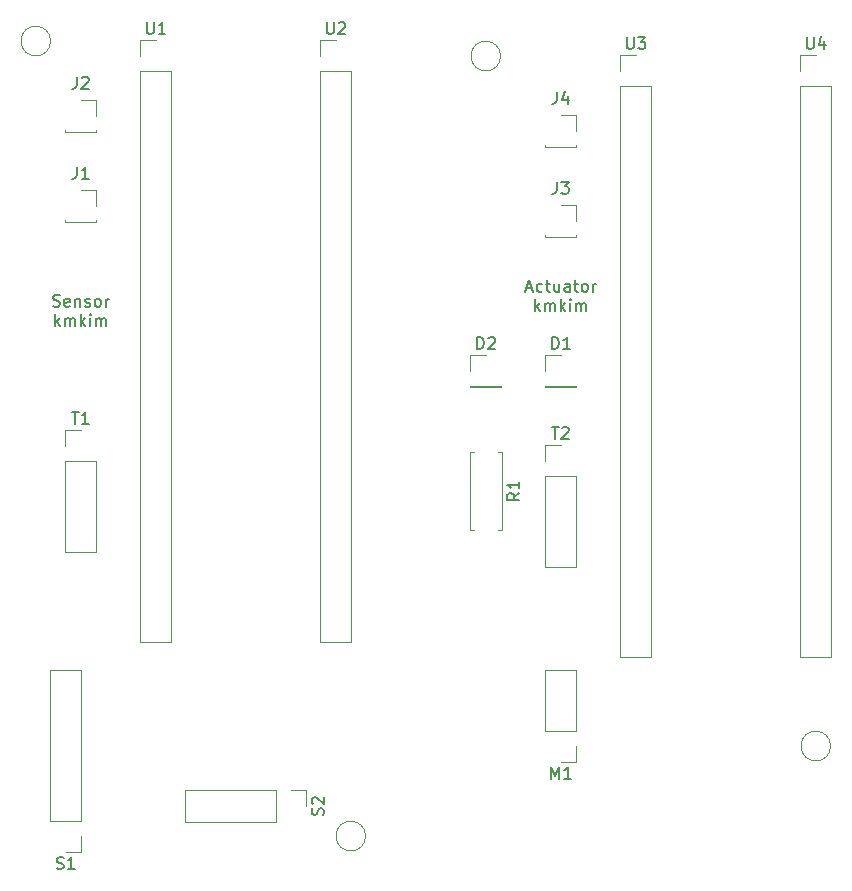
<source format=gbr>
%TF.GenerationSoftware,KiCad,Pcbnew,5.1.10-88a1d61d58~90~ubuntu20.04.1*%
%TF.CreationDate,2021-11-30T21:16:31+09:00*%
%TF.ProjectId,auto-headlight-control-system,6175746f-2d68-4656-9164-6c696768742d,rev?*%
%TF.SameCoordinates,Original*%
%TF.FileFunction,Legend,Top*%
%TF.FilePolarity,Positive*%
%FSLAX46Y46*%
G04 Gerber Fmt 4.6, Leading zero omitted, Abs format (unit mm)*
G04 Created by KiCad (PCBNEW 5.1.10-88a1d61d58~90~ubuntu20.04.1) date 2021-11-30 21:16:31*
%MOMM*%
%LPD*%
G01*
G04 APERTURE LIST*
%ADD10C,0.150000*%
%ADD11C,0.120000*%
G04 APERTURE END LIST*
D10*
X54816666Y-60539761D02*
X54959523Y-60587380D01*
X55197619Y-60587380D01*
X55292857Y-60539761D01*
X55340476Y-60492142D01*
X55388095Y-60396904D01*
X55388095Y-60301666D01*
X55340476Y-60206428D01*
X55292857Y-60158809D01*
X55197619Y-60111190D01*
X55007142Y-60063571D01*
X54911904Y-60015952D01*
X54864285Y-59968333D01*
X54816666Y-59873095D01*
X54816666Y-59777857D01*
X54864285Y-59682619D01*
X54911904Y-59635000D01*
X55007142Y-59587380D01*
X55245238Y-59587380D01*
X55388095Y-59635000D01*
X56197619Y-60539761D02*
X56102380Y-60587380D01*
X55911904Y-60587380D01*
X55816666Y-60539761D01*
X55769047Y-60444523D01*
X55769047Y-60063571D01*
X55816666Y-59968333D01*
X55911904Y-59920714D01*
X56102380Y-59920714D01*
X56197619Y-59968333D01*
X56245238Y-60063571D01*
X56245238Y-60158809D01*
X55769047Y-60254047D01*
X56673809Y-59920714D02*
X56673809Y-60587380D01*
X56673809Y-60015952D02*
X56721428Y-59968333D01*
X56816666Y-59920714D01*
X56959523Y-59920714D01*
X57054761Y-59968333D01*
X57102380Y-60063571D01*
X57102380Y-60587380D01*
X57530952Y-60539761D02*
X57626190Y-60587380D01*
X57816666Y-60587380D01*
X57911904Y-60539761D01*
X57959523Y-60444523D01*
X57959523Y-60396904D01*
X57911904Y-60301666D01*
X57816666Y-60254047D01*
X57673809Y-60254047D01*
X57578571Y-60206428D01*
X57530952Y-60111190D01*
X57530952Y-60063571D01*
X57578571Y-59968333D01*
X57673809Y-59920714D01*
X57816666Y-59920714D01*
X57911904Y-59968333D01*
X58530952Y-60587380D02*
X58435714Y-60539761D01*
X58388095Y-60492142D01*
X58340476Y-60396904D01*
X58340476Y-60111190D01*
X58388095Y-60015952D01*
X58435714Y-59968333D01*
X58530952Y-59920714D01*
X58673809Y-59920714D01*
X58769047Y-59968333D01*
X58816666Y-60015952D01*
X58864285Y-60111190D01*
X58864285Y-60396904D01*
X58816666Y-60492142D01*
X58769047Y-60539761D01*
X58673809Y-60587380D01*
X58530952Y-60587380D01*
X59292857Y-60587380D02*
X59292857Y-59920714D01*
X59292857Y-60111190D02*
X59340476Y-60015952D01*
X59388095Y-59968333D01*
X59483333Y-59920714D01*
X59578571Y-59920714D01*
X55007142Y-62237380D02*
X55007142Y-61237380D01*
X55102380Y-61856428D02*
X55388095Y-62237380D01*
X55388095Y-61570714D02*
X55007142Y-61951666D01*
X55816666Y-62237380D02*
X55816666Y-61570714D01*
X55816666Y-61665952D02*
X55864285Y-61618333D01*
X55959523Y-61570714D01*
X56102380Y-61570714D01*
X56197619Y-61618333D01*
X56245238Y-61713571D01*
X56245238Y-62237380D01*
X56245238Y-61713571D02*
X56292857Y-61618333D01*
X56388095Y-61570714D01*
X56530952Y-61570714D01*
X56626190Y-61618333D01*
X56673809Y-61713571D01*
X56673809Y-62237380D01*
X57150000Y-62237380D02*
X57150000Y-61237380D01*
X57245238Y-61856428D02*
X57530952Y-62237380D01*
X57530952Y-61570714D02*
X57150000Y-61951666D01*
X57959523Y-62237380D02*
X57959523Y-61570714D01*
X57959523Y-61237380D02*
X57911904Y-61285000D01*
X57959523Y-61332619D01*
X58007142Y-61285000D01*
X57959523Y-61237380D01*
X57959523Y-61332619D01*
X58435714Y-62237380D02*
X58435714Y-61570714D01*
X58435714Y-61665952D02*
X58483333Y-61618333D01*
X58578571Y-61570714D01*
X58721428Y-61570714D01*
X58816666Y-61618333D01*
X58864285Y-61713571D01*
X58864285Y-62237380D01*
X58864285Y-61713571D02*
X58911904Y-61618333D01*
X59007142Y-61570714D01*
X59150000Y-61570714D01*
X59245238Y-61618333D01*
X59292857Y-61713571D01*
X59292857Y-62237380D01*
X94885238Y-59031666D02*
X95361428Y-59031666D01*
X94790000Y-59317380D02*
X95123333Y-58317380D01*
X95456666Y-59317380D01*
X96218571Y-59269761D02*
X96123333Y-59317380D01*
X95932857Y-59317380D01*
X95837619Y-59269761D01*
X95790000Y-59222142D01*
X95742380Y-59126904D01*
X95742380Y-58841190D01*
X95790000Y-58745952D01*
X95837619Y-58698333D01*
X95932857Y-58650714D01*
X96123333Y-58650714D01*
X96218571Y-58698333D01*
X96504285Y-58650714D02*
X96885238Y-58650714D01*
X96647142Y-58317380D02*
X96647142Y-59174523D01*
X96694761Y-59269761D01*
X96790000Y-59317380D01*
X96885238Y-59317380D01*
X97647142Y-58650714D02*
X97647142Y-59317380D01*
X97218571Y-58650714D02*
X97218571Y-59174523D01*
X97266190Y-59269761D01*
X97361428Y-59317380D01*
X97504285Y-59317380D01*
X97599523Y-59269761D01*
X97647142Y-59222142D01*
X98551904Y-59317380D02*
X98551904Y-58793571D01*
X98504285Y-58698333D01*
X98409047Y-58650714D01*
X98218571Y-58650714D01*
X98123333Y-58698333D01*
X98551904Y-59269761D02*
X98456666Y-59317380D01*
X98218571Y-59317380D01*
X98123333Y-59269761D01*
X98075714Y-59174523D01*
X98075714Y-59079285D01*
X98123333Y-58984047D01*
X98218571Y-58936428D01*
X98456666Y-58936428D01*
X98551904Y-58888809D01*
X98885238Y-58650714D02*
X99266190Y-58650714D01*
X99028095Y-58317380D02*
X99028095Y-59174523D01*
X99075714Y-59269761D01*
X99170952Y-59317380D01*
X99266190Y-59317380D01*
X99742380Y-59317380D02*
X99647142Y-59269761D01*
X99599523Y-59222142D01*
X99551904Y-59126904D01*
X99551904Y-58841190D01*
X99599523Y-58745952D01*
X99647142Y-58698333D01*
X99742380Y-58650714D01*
X99885238Y-58650714D01*
X99980476Y-58698333D01*
X100028095Y-58745952D01*
X100075714Y-58841190D01*
X100075714Y-59126904D01*
X100028095Y-59222142D01*
X99980476Y-59269761D01*
X99885238Y-59317380D01*
X99742380Y-59317380D01*
X100504285Y-59317380D02*
X100504285Y-58650714D01*
X100504285Y-58841190D02*
X100551904Y-58745952D01*
X100599523Y-58698333D01*
X100694761Y-58650714D01*
X100790000Y-58650714D01*
X95647142Y-60967380D02*
X95647142Y-59967380D01*
X95742380Y-60586428D02*
X96028095Y-60967380D01*
X96028095Y-60300714D02*
X95647142Y-60681666D01*
X96456666Y-60967380D02*
X96456666Y-60300714D01*
X96456666Y-60395952D02*
X96504285Y-60348333D01*
X96599523Y-60300714D01*
X96742380Y-60300714D01*
X96837619Y-60348333D01*
X96885238Y-60443571D01*
X96885238Y-60967380D01*
X96885238Y-60443571D02*
X96932857Y-60348333D01*
X97028095Y-60300714D01*
X97170952Y-60300714D01*
X97266190Y-60348333D01*
X97313809Y-60443571D01*
X97313809Y-60967380D01*
X97790000Y-60967380D02*
X97790000Y-59967380D01*
X97885238Y-60586428D02*
X98170952Y-60967380D01*
X98170952Y-60300714D02*
X97790000Y-60681666D01*
X98599523Y-60967380D02*
X98599523Y-60300714D01*
X98599523Y-59967380D02*
X98551904Y-60015000D01*
X98599523Y-60062619D01*
X98647142Y-60015000D01*
X98599523Y-59967380D01*
X98599523Y-60062619D01*
X99075714Y-60967380D02*
X99075714Y-60300714D01*
X99075714Y-60395952D02*
X99123333Y-60348333D01*
X99218571Y-60300714D01*
X99361428Y-60300714D01*
X99456666Y-60348333D01*
X99504285Y-60443571D01*
X99504285Y-60967380D01*
X99504285Y-60443571D02*
X99551904Y-60348333D01*
X99647142Y-60300714D01*
X99790000Y-60300714D01*
X99885238Y-60348333D01*
X99932857Y-60443571D01*
X99932857Y-60967380D01*
D11*
%TO.C,U2*%
X77410000Y-88960000D02*
X80070000Y-88960000D01*
X77410000Y-40640000D02*
X77410000Y-88960000D01*
X80070000Y-40640000D02*
X80070000Y-88960000D01*
X77410000Y-40640000D02*
X80070000Y-40640000D01*
X77410000Y-39370000D02*
X77410000Y-38040000D01*
X77410000Y-38040000D02*
X78740000Y-38040000D01*
%TO.C, *%
X54591000Y-38100000D02*
G75*
G03*
X54591000Y-38100000I-1251000J0D01*
G01*
X81261000Y-105410000D02*
G75*
G03*
X81261000Y-105410000I-1251000J0D01*
G01*
%TO.C,J2*%
X57150000Y-43120000D02*
X58480000Y-43120000D01*
X58480000Y-43120000D02*
X58480000Y-44450000D01*
X58480000Y-45660000D02*
X58480000Y-45780000D01*
X55820000Y-45660000D02*
X55820000Y-45780000D01*
X55820000Y-45780000D02*
X58480000Y-45780000D01*
%TO.C,T1*%
X55820000Y-81340000D02*
X58480000Y-81340000D01*
X55820000Y-73660000D02*
X55820000Y-81340000D01*
X58480000Y-73660000D02*
X58480000Y-81340000D01*
X55820000Y-73660000D02*
X58480000Y-73660000D01*
X55820000Y-72390000D02*
X55820000Y-71060000D01*
X55820000Y-71060000D02*
X57150000Y-71060000D01*
%TO.C,S2*%
X76260000Y-101540000D02*
X76260000Y-102870000D01*
X74930000Y-101540000D02*
X76260000Y-101540000D01*
X73660000Y-101540000D02*
X73660000Y-104200000D01*
X73660000Y-104200000D02*
X65980000Y-104200000D01*
X73660000Y-101540000D02*
X65980000Y-101540000D01*
X65980000Y-101540000D02*
X65980000Y-104200000D01*
%TO.C,U1*%
X62170000Y-38040000D02*
X63500000Y-38040000D01*
X62170000Y-39370000D02*
X62170000Y-38040000D01*
X62170000Y-40640000D02*
X64830000Y-40640000D01*
X64830000Y-40640000D02*
X64830000Y-88960000D01*
X62170000Y-40640000D02*
X62170000Y-88960000D01*
X62170000Y-88960000D02*
X64830000Y-88960000D01*
%TO.C,S1*%
X57210000Y-106740000D02*
X55880000Y-106740000D01*
X57210000Y-105410000D02*
X57210000Y-106740000D01*
X57210000Y-104140000D02*
X54550000Y-104140000D01*
X54550000Y-104140000D02*
X54550000Y-91380000D01*
X57210000Y-104140000D02*
X57210000Y-91380000D01*
X57210000Y-91380000D02*
X54550000Y-91380000D01*
%TO.C,J1*%
X55820000Y-53400000D02*
X58480000Y-53400000D01*
X55820000Y-53280000D02*
X55820000Y-53400000D01*
X58480000Y-53280000D02*
X58480000Y-53400000D01*
X58480000Y-50740000D02*
X58480000Y-52070000D01*
X57150000Y-50740000D02*
X58480000Y-50740000D01*
%TO.C,D2*%
X90110000Y-67370000D02*
X92770000Y-67370000D01*
X90110000Y-67310000D02*
X90110000Y-67370000D01*
X92770000Y-67310000D02*
X92770000Y-67370000D01*
X90110000Y-67310000D02*
X92770000Y-67310000D01*
X90110000Y-66040000D02*
X90110000Y-64710000D01*
X90110000Y-64710000D02*
X91440000Y-64710000D01*
%TO.C, *%
X120631000Y-97790000D02*
G75*
G03*
X120631000Y-97790000I-1251000J0D01*
G01*
%TO.C,U3*%
X102810000Y-39310000D02*
X104140000Y-39310000D01*
X102810000Y-40640000D02*
X102810000Y-39310000D01*
X102810000Y-41910000D02*
X105470000Y-41910000D01*
X105470000Y-41910000D02*
X105470000Y-90230000D01*
X102810000Y-41910000D02*
X102810000Y-90230000D01*
X102810000Y-90230000D02*
X105470000Y-90230000D01*
%TO.C,J4*%
X96460000Y-47050000D02*
X99120000Y-47050000D01*
X96460000Y-46930000D02*
X96460000Y-47050000D01*
X99120000Y-46930000D02*
X99120000Y-47050000D01*
X99120000Y-44390000D02*
X99120000Y-45720000D01*
X97790000Y-44390000D02*
X99120000Y-44390000D01*
%TO.C,R1*%
X90070000Y-79470000D02*
X90400000Y-79470000D01*
X90070000Y-72930000D02*
X90070000Y-79470000D01*
X90400000Y-72930000D02*
X90070000Y-72930000D01*
X92810000Y-79470000D02*
X92480000Y-79470000D01*
X92810000Y-72930000D02*
X92810000Y-79470000D01*
X92480000Y-72930000D02*
X92810000Y-72930000D01*
%TO.C,U4*%
X118050000Y-90230000D02*
X120710000Y-90230000D01*
X118050000Y-41910000D02*
X118050000Y-90230000D01*
X120710000Y-41910000D02*
X120710000Y-90230000D01*
X118050000Y-41910000D02*
X120710000Y-41910000D01*
X118050000Y-40640000D02*
X118050000Y-39310000D01*
X118050000Y-39310000D02*
X119380000Y-39310000D01*
%TO.C,J3*%
X97790000Y-52010000D02*
X99120000Y-52010000D01*
X99120000Y-52010000D02*
X99120000Y-53340000D01*
X99120000Y-54550000D02*
X99120000Y-54670000D01*
X96460000Y-54550000D02*
X96460000Y-54670000D01*
X96460000Y-54670000D02*
X99120000Y-54670000D01*
%TO.C,T2*%
X96460000Y-72330000D02*
X97790000Y-72330000D01*
X96460000Y-73660000D02*
X96460000Y-72330000D01*
X96460000Y-74930000D02*
X99120000Y-74930000D01*
X99120000Y-74930000D02*
X99120000Y-82610000D01*
X96460000Y-74930000D02*
X96460000Y-82610000D01*
X96460000Y-82610000D02*
X99120000Y-82610000D01*
%TO.C,M1*%
X99120000Y-99120000D02*
X97790000Y-99120000D01*
X99120000Y-97790000D02*
X99120000Y-99120000D01*
X99120000Y-96520000D02*
X96460000Y-96520000D01*
X96460000Y-96520000D02*
X96460000Y-91380000D01*
X99120000Y-96520000D02*
X99120000Y-91380000D01*
X99120000Y-91380000D02*
X96460000Y-91380000D01*
%TO.C,D1*%
X96460000Y-64710000D02*
X97790000Y-64710000D01*
X96460000Y-66040000D02*
X96460000Y-64710000D01*
X96460000Y-67310000D02*
X99120000Y-67310000D01*
X99120000Y-67310000D02*
X99120000Y-67370000D01*
X96460000Y-67310000D02*
X96460000Y-67370000D01*
X96460000Y-67370000D02*
X99120000Y-67370000D01*
%TO.C, *%
X92691000Y-39370000D02*
G75*
G03*
X92691000Y-39370000I-1251000J0D01*
G01*
%TO.C,U2*%
D10*
X77978095Y-36492380D02*
X77978095Y-37301904D01*
X78025714Y-37397142D01*
X78073333Y-37444761D01*
X78168571Y-37492380D01*
X78359047Y-37492380D01*
X78454285Y-37444761D01*
X78501904Y-37397142D01*
X78549523Y-37301904D01*
X78549523Y-36492380D01*
X78978095Y-36587619D02*
X79025714Y-36540000D01*
X79120952Y-36492380D01*
X79359047Y-36492380D01*
X79454285Y-36540000D01*
X79501904Y-36587619D01*
X79549523Y-36682857D01*
X79549523Y-36778095D01*
X79501904Y-36920952D01*
X78930476Y-37492380D01*
X79549523Y-37492380D01*
%TO.C, *%
%TO.C,J2*%
X56816666Y-41132380D02*
X56816666Y-41846666D01*
X56769047Y-41989523D01*
X56673809Y-42084761D01*
X56530952Y-42132380D01*
X56435714Y-42132380D01*
X57245238Y-41227619D02*
X57292857Y-41180000D01*
X57388095Y-41132380D01*
X57626190Y-41132380D01*
X57721428Y-41180000D01*
X57769047Y-41227619D01*
X57816666Y-41322857D01*
X57816666Y-41418095D01*
X57769047Y-41560952D01*
X57197619Y-42132380D01*
X57816666Y-42132380D01*
%TO.C,T1*%
X56388095Y-69512380D02*
X56959523Y-69512380D01*
X56673809Y-70512380D02*
X56673809Y-69512380D01*
X57816666Y-70512380D02*
X57245238Y-70512380D01*
X57530952Y-70512380D02*
X57530952Y-69512380D01*
X57435714Y-69655238D01*
X57340476Y-69750476D01*
X57245238Y-69798095D01*
%TO.C,S2*%
X77664761Y-103631904D02*
X77712380Y-103489047D01*
X77712380Y-103250952D01*
X77664761Y-103155714D01*
X77617142Y-103108095D01*
X77521904Y-103060476D01*
X77426666Y-103060476D01*
X77331428Y-103108095D01*
X77283809Y-103155714D01*
X77236190Y-103250952D01*
X77188571Y-103441428D01*
X77140952Y-103536666D01*
X77093333Y-103584285D01*
X76998095Y-103631904D01*
X76902857Y-103631904D01*
X76807619Y-103584285D01*
X76760000Y-103536666D01*
X76712380Y-103441428D01*
X76712380Y-103203333D01*
X76760000Y-103060476D01*
X76807619Y-102679523D02*
X76760000Y-102631904D01*
X76712380Y-102536666D01*
X76712380Y-102298571D01*
X76760000Y-102203333D01*
X76807619Y-102155714D01*
X76902857Y-102108095D01*
X76998095Y-102108095D01*
X77140952Y-102155714D01*
X77712380Y-102727142D01*
X77712380Y-102108095D01*
%TO.C,U1*%
X62738095Y-36492380D02*
X62738095Y-37301904D01*
X62785714Y-37397142D01*
X62833333Y-37444761D01*
X62928571Y-37492380D01*
X63119047Y-37492380D01*
X63214285Y-37444761D01*
X63261904Y-37397142D01*
X63309523Y-37301904D01*
X63309523Y-36492380D01*
X64309523Y-37492380D02*
X63738095Y-37492380D01*
X64023809Y-37492380D02*
X64023809Y-36492380D01*
X63928571Y-36635238D01*
X63833333Y-36730476D01*
X63738095Y-36778095D01*
%TO.C,S1*%
X55118095Y-108144761D02*
X55260952Y-108192380D01*
X55499047Y-108192380D01*
X55594285Y-108144761D01*
X55641904Y-108097142D01*
X55689523Y-108001904D01*
X55689523Y-107906666D01*
X55641904Y-107811428D01*
X55594285Y-107763809D01*
X55499047Y-107716190D01*
X55308571Y-107668571D01*
X55213333Y-107620952D01*
X55165714Y-107573333D01*
X55118095Y-107478095D01*
X55118095Y-107382857D01*
X55165714Y-107287619D01*
X55213333Y-107240000D01*
X55308571Y-107192380D01*
X55546666Y-107192380D01*
X55689523Y-107240000D01*
X56641904Y-108192380D02*
X56070476Y-108192380D01*
X56356190Y-108192380D02*
X56356190Y-107192380D01*
X56260952Y-107335238D01*
X56165714Y-107430476D01*
X56070476Y-107478095D01*
%TO.C,J1*%
X56816666Y-48752380D02*
X56816666Y-49466666D01*
X56769047Y-49609523D01*
X56673809Y-49704761D01*
X56530952Y-49752380D01*
X56435714Y-49752380D01*
X57816666Y-49752380D02*
X57245238Y-49752380D01*
X57530952Y-49752380D02*
X57530952Y-48752380D01*
X57435714Y-48895238D01*
X57340476Y-48990476D01*
X57245238Y-49038095D01*
%TO.C,D2*%
X90701904Y-64162380D02*
X90701904Y-63162380D01*
X90940000Y-63162380D01*
X91082857Y-63210000D01*
X91178095Y-63305238D01*
X91225714Y-63400476D01*
X91273333Y-63590952D01*
X91273333Y-63733809D01*
X91225714Y-63924285D01*
X91178095Y-64019523D01*
X91082857Y-64114761D01*
X90940000Y-64162380D01*
X90701904Y-64162380D01*
X91654285Y-63257619D02*
X91701904Y-63210000D01*
X91797142Y-63162380D01*
X92035238Y-63162380D01*
X92130476Y-63210000D01*
X92178095Y-63257619D01*
X92225714Y-63352857D01*
X92225714Y-63448095D01*
X92178095Y-63590952D01*
X91606666Y-64162380D01*
X92225714Y-64162380D01*
%TO.C, *%
%TO.C,U3*%
X103378095Y-37762380D02*
X103378095Y-38571904D01*
X103425714Y-38667142D01*
X103473333Y-38714761D01*
X103568571Y-38762380D01*
X103759047Y-38762380D01*
X103854285Y-38714761D01*
X103901904Y-38667142D01*
X103949523Y-38571904D01*
X103949523Y-37762380D01*
X104330476Y-37762380D02*
X104949523Y-37762380D01*
X104616190Y-38143333D01*
X104759047Y-38143333D01*
X104854285Y-38190952D01*
X104901904Y-38238571D01*
X104949523Y-38333809D01*
X104949523Y-38571904D01*
X104901904Y-38667142D01*
X104854285Y-38714761D01*
X104759047Y-38762380D01*
X104473333Y-38762380D01*
X104378095Y-38714761D01*
X104330476Y-38667142D01*
%TO.C,J4*%
X97456666Y-42402380D02*
X97456666Y-43116666D01*
X97409047Y-43259523D01*
X97313809Y-43354761D01*
X97170952Y-43402380D01*
X97075714Y-43402380D01*
X98361428Y-42735714D02*
X98361428Y-43402380D01*
X98123333Y-42354761D02*
X97885238Y-43069047D01*
X98504285Y-43069047D01*
%TO.C,R1*%
X94262380Y-76366666D02*
X93786190Y-76700000D01*
X94262380Y-76938095D02*
X93262380Y-76938095D01*
X93262380Y-76557142D01*
X93310000Y-76461904D01*
X93357619Y-76414285D01*
X93452857Y-76366666D01*
X93595714Y-76366666D01*
X93690952Y-76414285D01*
X93738571Y-76461904D01*
X93786190Y-76557142D01*
X93786190Y-76938095D01*
X94262380Y-75414285D02*
X94262380Y-75985714D01*
X94262380Y-75700000D02*
X93262380Y-75700000D01*
X93405238Y-75795238D01*
X93500476Y-75890476D01*
X93548095Y-75985714D01*
%TO.C,U4*%
X118618095Y-37762380D02*
X118618095Y-38571904D01*
X118665714Y-38667142D01*
X118713333Y-38714761D01*
X118808571Y-38762380D01*
X118999047Y-38762380D01*
X119094285Y-38714761D01*
X119141904Y-38667142D01*
X119189523Y-38571904D01*
X119189523Y-37762380D01*
X120094285Y-38095714D02*
X120094285Y-38762380D01*
X119856190Y-37714761D02*
X119618095Y-38429047D01*
X120237142Y-38429047D01*
%TO.C,J3*%
X97456666Y-50022380D02*
X97456666Y-50736666D01*
X97409047Y-50879523D01*
X97313809Y-50974761D01*
X97170952Y-51022380D01*
X97075714Y-51022380D01*
X97837619Y-50022380D02*
X98456666Y-50022380D01*
X98123333Y-50403333D01*
X98266190Y-50403333D01*
X98361428Y-50450952D01*
X98409047Y-50498571D01*
X98456666Y-50593809D01*
X98456666Y-50831904D01*
X98409047Y-50927142D01*
X98361428Y-50974761D01*
X98266190Y-51022380D01*
X97980476Y-51022380D01*
X97885238Y-50974761D01*
X97837619Y-50927142D01*
%TO.C,T2*%
X97028095Y-70782380D02*
X97599523Y-70782380D01*
X97313809Y-71782380D02*
X97313809Y-70782380D01*
X97885238Y-70877619D02*
X97932857Y-70830000D01*
X98028095Y-70782380D01*
X98266190Y-70782380D01*
X98361428Y-70830000D01*
X98409047Y-70877619D01*
X98456666Y-70972857D01*
X98456666Y-71068095D01*
X98409047Y-71210952D01*
X97837619Y-71782380D01*
X98456666Y-71782380D01*
%TO.C,M1*%
X96980476Y-100572380D02*
X96980476Y-99572380D01*
X97313809Y-100286666D01*
X97647142Y-99572380D01*
X97647142Y-100572380D01*
X98647142Y-100572380D02*
X98075714Y-100572380D01*
X98361428Y-100572380D02*
X98361428Y-99572380D01*
X98266190Y-99715238D01*
X98170952Y-99810476D01*
X98075714Y-99858095D01*
%TO.C,D1*%
X97051904Y-64162380D02*
X97051904Y-63162380D01*
X97290000Y-63162380D01*
X97432857Y-63210000D01*
X97528095Y-63305238D01*
X97575714Y-63400476D01*
X97623333Y-63590952D01*
X97623333Y-63733809D01*
X97575714Y-63924285D01*
X97528095Y-64019523D01*
X97432857Y-64114761D01*
X97290000Y-64162380D01*
X97051904Y-64162380D01*
X98575714Y-64162380D02*
X98004285Y-64162380D01*
X98290000Y-64162380D02*
X98290000Y-63162380D01*
X98194761Y-63305238D01*
X98099523Y-63400476D01*
X98004285Y-63448095D01*
%TO.C, *%
%TD*%
M02*

</source>
